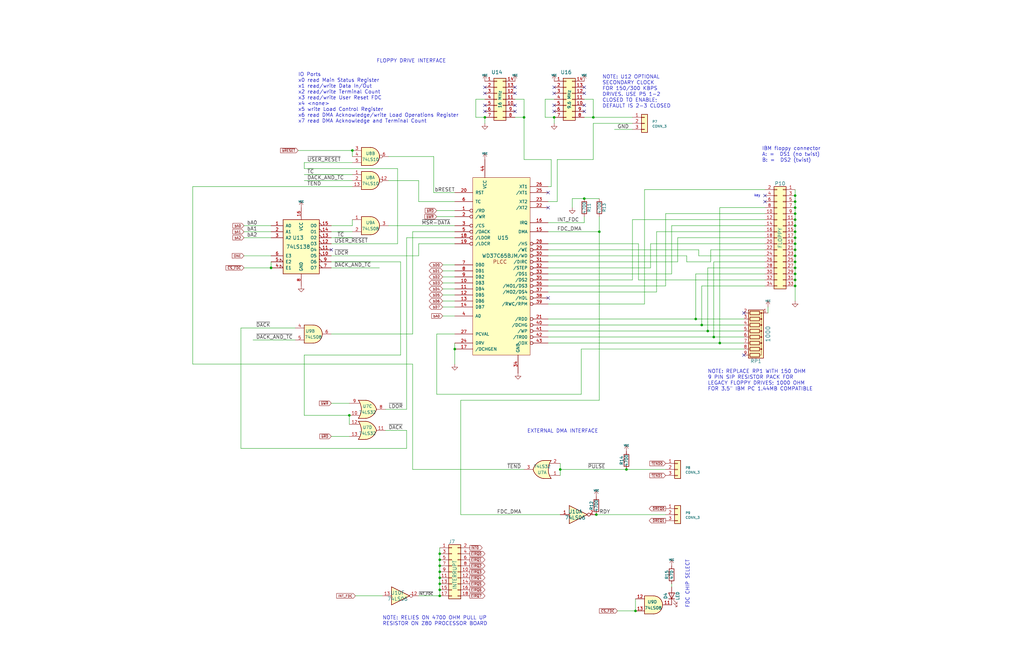
<source format=kicad_sch>
(kicad_sch (version 20211123) (generator eeschema)
  (paper "B")
  (lib_symbols
    (symbol "74xx:74LS06" (pin_names (offset 1.016))
      (property "Reference" "U" (at 0 1.27 0))
      (property "Value" "74LS06" (at 0 -1.27 0))
      (symbol "74LS06_1_0"
        (pin input line (at -7.62 0 0) (length 3.81) (name "~") (number "1"))
        (pin open_collector inverted (at 7.62 0 180) (length 3.81) (name "~") (number "2"))
      )
      (symbol "74LS06_2_0"
        (pin input line (at -7.62 0 0) (length 3.81) (name "~") (number "3"))
        (pin open_collector inverted (at 7.62 0 180) (length 3.81) (name "~") (number "4"))
      )
      (symbol "74LS06_3_0"
        (pin input line (at -7.62 0 0) (length 3.81) (name "~") (number "5"))
        (pin open_collector inverted (at 7.62 0 180) (length 3.81) (name "~") (number "6"))
      )
      (symbol "74LS06_4_0"
        (pin open_collector inverted (at 7.62 0 180) (length 3.81) (name "~") (number "8"))
        (pin input line (at -7.62 0 0) (length 3.81) (name "~") (number "9"))
      )
      (symbol "74LS06_5_0"
        (pin open_collector inverted (at 7.62 0 180) (length 3.81) (name "~") (number "10"))
        (pin input line (at -7.62 0 0) (length 3.81) (name "~") (number "11"))
      )
      (symbol "74LS06_6_0"
        (pin open_collector inverted (at 7.62 0 180) (length 3.81) (name "~") (number "12"))
        (pin input line (at -7.62 0 0) (length 3.81) (name "~") (number "13"))
      )
      (symbol "74LS06_7_0"
        (pin power_in line (at 0 12.7 270) (length 5.08) (name "VCC") (number "14"))
        (pin power_in line (at 0 -12.7 90) (length 5.08) (name "GND") (number "7"))
      )
    )
    (symbol "74xx:74LS08" (pin_names (offset 1.016))
      (property "Reference" "U" (at 0 1.27 0))
      (property "Value" "74LS08" (at 0 -1.27 0))
      (symbol "74LS08_1_1"
        (pin input line (at -7.62 2.54 0) (length 3.81) (name "~") (number "1"))
        (pin input line (at -7.62 -2.54 0) (length 3.81) (name "~") (number "2"))
        (pin output line (at 7.62 0 180) (length 3.81) (name "~") (number "3"))
      )
      (symbol "74LS08_1_2"
        (pin input inverted (at -7.62 2.54 0) (length 4.318) (name "~") (number "1"))
        (pin input inverted (at -7.62 -2.54 0) (length 4.318) (name "~") (number "2"))
        (pin output inverted (at 7.62 0 180) (length 3.81) (name "~") (number "3"))
      )
      (symbol "74LS08_2_1"
        (pin input line (at -7.62 2.54 0) (length 3.81) (name "~") (number "4"))
        (pin input line (at -7.62 -2.54 0) (length 3.81) (name "~") (number "5"))
        (pin output line (at 7.62 0 180) (length 3.81) (name "~") (number "6"))
      )
      (symbol "74LS08_2_2"
        (pin input inverted (at -7.62 2.54 0) (length 4.318) (name "~") (number "4"))
        (pin input inverted (at -7.62 -2.54 0) (length 4.318) (name "~") (number "5"))
        (pin output inverted (at 7.62 0 180) (length 3.81) (name "~") (number "6"))
      )
      (symbol "74LS08_3_1"
        (pin input line (at -7.62 -2.54 0) (length 3.81) (name "~") (number "10"))
        (pin output line (at 7.62 0 180) (length 3.81) (name "~") (number "8"))
        (pin input line (at -7.62 2.54 0) (length 3.81) (name "~") (number "9"))
      )
      (symbol "74LS08_3_2"
        (pin input inverted (at -7.62 -2.54 0) (length 4.318) (name "~") (number "10"))
        (pin output inverted (at 7.62 0 180) (length 3.81) (name "~") (number "8"))
        (pin input inverted (at -7.62 2.54 0) (length 4.318) (name "~") (number "9"))
      )
      (symbol "74LS08_4_1"
        (pin output line (at 7.62 0 180) (length 3.81) (name "~") (number "11"))
        (pin input line (at -7.62 2.54 0) (length 3.81) (name "~") (number "12"))
        (pin input line (at -7.62 -2.54 0) (length 3.81) (name "~") (number "13"))
      )
      (symbol "74LS08_4_2"
        (pin output inverted (at 7.62 0 180) (length 3.81) (name "~") (number "11"))
        (pin input inverted (at -7.62 2.54 0) (length 4.318) (name "~") (number "12"))
        (pin input inverted (at -7.62 -2.54 0) (length 4.318) (name "~") (number "13"))
      )
      (symbol "74LS08_5_0"
        (pin power_in line (at 0 12.7 270) (length 5.08) (name "VCC") (number "14"))
        (pin power_in line (at 0 -12.7 90) (length 5.08) (name "GND") (number "7"))
      )
    )
    (symbol "74xx:74LS10" (pin_names (offset 1.016))
      (property "Reference" "U" (at 0 1.27 0))
      (property "Value" "74LS10" (at 0 -1.27 0))
      (symbol "74LS10_1_1"
        (pin input line (at -7.62 2.54 0) (length 3.81) (name "~") (number "1"))
        (pin output inverted (at 7.62 0 180) (length 3.81) (name "~") (number "12"))
        (pin input line (at -7.62 -2.54 0) (length 3.81) (name "~") (number "13"))
        (pin input line (at -7.62 0 0) (length 3.81) (name "~") (number "2"))
      )
      (symbol "74LS10_1_2"
        (pin input inverted (at -7.62 2.54 0) (length 4.318) (name "~") (number "1"))
        (pin output line (at 7.62 0 180) (length 3.81) (name "~") (number "12"))
        (pin input inverted (at -7.62 -2.54 0) (length 4.318) (name "~") (number "13"))
        (pin input inverted (at -7.62 0 0) (length 4.953) (name "~") (number "2"))
      )
      (symbol "74LS10_2_1"
        (pin input line (at -7.62 2.54 0) (length 3.81) (name "~") (number "3"))
        (pin input line (at -7.62 0 0) (length 3.81) (name "~") (number "4"))
        (pin input line (at -7.62 -2.54 0) (length 3.81) (name "~") (number "5"))
        (pin output inverted (at 7.62 0 180) (length 3.81) (name "~") (number "6"))
      )
      (symbol "74LS10_2_2"
        (pin input inverted (at -7.62 2.54 0) (length 4.318) (name "~") (number "3"))
        (pin input inverted (at -7.62 0 0) (length 4.953) (name "~") (number "4"))
        (pin input inverted (at -7.62 -2.54 0) (length 4.318) (name "~") (number "5"))
        (pin output line (at 7.62 0 180) (length 3.81) (name "~") (number "6"))
      )
      (symbol "74LS10_3_1"
        (pin input line (at -7.62 0 0) (length 3.81) (name "~") (number "10"))
        (pin input line (at -7.62 -2.54 0) (length 3.81) (name "~") (number "11"))
        (pin output inverted (at 7.62 0 180) (length 3.81) (name "~") (number "8"))
        (pin input line (at -7.62 2.54 0) (length 3.81) (name "~") (number "9"))
      )
      (symbol "74LS10_3_2"
        (pin input inverted (at -7.62 0 0) (length 4.953) (name "~") (number "10"))
        (pin input inverted (at -7.62 -2.54 0) (length 4.318) (name "~") (number "11"))
        (pin output line (at 7.62 0 180) (length 3.81) (name "~") (number "8"))
        (pin input inverted (at -7.62 2.54 0) (length 4.318) (name "~") (number "9"))
      )
      (symbol "74LS10_4_0"
        (pin power_in line (at 0 12.7 270) (length 5.08) (name "VCC") (number "14"))
        (pin power_in line (at 0 -12.7 90) (length 5.08) (name "GND") (number "7"))
      )
    )
    (symbol "74xx:74LS138" (pin_names (offset 1.016))
      (property "Reference" "U" (at -7.62 11.43 0))
      (property "Value" "74LS138" (at -7.62 -13.97 0))
      (symbol "74LS138_1_0"
        (pin input line (at -12.7 7.62 0) (length 5.08) (name "A0") (number "1"))
        (pin output output_low (at 12.7 -5.08 180) (length 5.08) (name "O5") (number "10"))
        (pin output output_low (at 12.7 -2.54 180) (length 5.08) (name "O4") (number "11"))
        (pin output output_low (at 12.7 0 180) (length 5.08) (name "O3") (number "12"))
        (pin output output_low (at 12.7 2.54 180) (length 5.08) (name "O2") (number "13"))
        (pin output output_low (at 12.7 5.08 180) (length 5.08) (name "O1") (number "14"))
        (pin output output_low (at 12.7 7.62 180) (length 5.08) (name "O0") (number "15"))
        (pin power_in line (at 0 15.24 270) (length 5.08) (name "VCC") (number "16"))
        (pin input line (at -12.7 5.08 0) (length 5.08) (name "A1") (number "2"))
        (pin input line (at -12.7 2.54 0) (length 5.08) (name "A2") (number "3"))
        (pin input input_low (at -12.7 -10.16 0) (length 5.08) (name "E1") (number "4"))
        (pin input input_low (at -12.7 -7.62 0) (length 5.08) (name "E2") (number "5"))
        (pin input line (at -12.7 -5.08 0) (length 5.08) (name "E3") (number "6"))
        (pin output output_low (at 12.7 -10.16 180) (length 5.08) (name "O7") (number "7"))
        (pin power_in line (at 0 -17.78 90) (length 5.08) (name "GND") (number "8"))
        (pin output output_low (at 12.7 -7.62 180) (length 5.08) (name "O6") (number "9"))
      )
    )
    (symbol "74xx:74LS32" (pin_names (offset 1.016))
      (property "Reference" "U" (at 0 1.27 0))
      (property "Value" "74LS32" (at 0 -1.27 0))
      (symbol "74LS32_1_1"
        (pin input line (at -7.62 2.54 0) (length 4.318) (name "~") (number "1"))
        (pin input line (at -7.62 -2.54 0) (length 4.318) (name "~") (number "2"))
        (pin output line (at 7.62 0 180) (length 3.81) (name "~") (number "3"))
      )
      (symbol "74LS32_1_2"
        (pin input inverted (at -7.62 2.54 0) (length 3.81) (name "~") (number "1"))
        (pin input inverted (at -7.62 -2.54 0) (length 3.81) (name "~") (number "2"))
        (pin output inverted (at 7.62 0 180) (length 3.81) (name "~") (number "3"))
      )
      (symbol "74LS32_2_1"
        (pin input line (at -7.62 2.54 0) (length 4.318) (name "~") (number "4"))
        (pin input line (at -7.62 -2.54 0) (length 4.318) (name "~") (number "5"))
        (pin output line (at 7.62 0 180) (length 3.81) (name "~") (number "6"))
      )
      (symbol "74LS32_2_2"
        (pin input inverted (at -7.62 2.54 0) (length 3.81) (name "~") (number "4"))
        (pin input inverted (at -7.62 -2.54 0) (length 3.81) (name "~") (number "5"))
        (pin output inverted (at 7.62 0 180) (length 3.81) (name "~") (number "6"))
      )
      (symbol "74LS32_3_1"
        (pin input line (at -7.62 -2.54 0) (length 4.318) (name "~") (number "10"))
        (pin output line (at 7.62 0 180) (length 3.81) (name "~") (number "8"))
        (pin input line (at -7.62 2.54 0) (length 4.318) (name "~") (number "9"))
      )
      (symbol "74LS32_3_2"
        (pin input inverted (at -7.62 -2.54 0) (length 3.81) (name "~") (number "10"))
        (pin output inverted (at 7.62 0 180) (length 3.81) (name "~") (number "8"))
        (pin input inverted (at -7.62 2.54 0) (length 3.81) (name "~") (number "9"))
      )
      (symbol "74LS32_4_1"
        (pin output line (at 7.62 0 180) (length 3.81) (name "~") (number "11"))
        (pin input line (at -7.62 2.54 0) (length 4.318) (name "~") (number "12"))
        (pin input line (at -7.62 -2.54 0) (length 4.318) (name "~") (number "13"))
      )
      (symbol "74LS32_4_2"
        (pin output inverted (at 7.62 0 180) (length 3.81) (name "~") (number "11"))
        (pin input inverted (at -7.62 2.54 0) (length 3.81) (name "~") (number "12"))
        (pin input inverted (at -7.62 -2.54 0) (length 3.81) (name "~") (number "13"))
      )
      (symbol "74LS32_5_0"
        (pin power_in line (at 0 12.7 270) (length 5.08) (name "VCC") (number "14"))
        (pin power_in line (at 0 -12.7 90) (length 5.08) (name "GND") (number "7"))
      )
    )
    (symbol "Connector_Generic:Conn_01x03" (pin_names (offset 1.016) hide)
      (property "Reference" "J" (at 0 5.08 0))
      (property "Value" "Conn_01x03" (at 0 -5.08 0))
      (symbol "Conn_01x03_1_1"
        (pin passive line (at -5.08 2.54 0) (length 3.81) (name "Pin_1") (number "1"))
        (pin passive line (at -5.08 0 0) (length 3.81) (name "Pin_2") (number "2"))
        (pin passive line (at -5.08 -2.54 0) (length 3.81) (name "Pin_3") (number "3"))
      )
    )
    (symbol "Connector_Generic:Conn_02x07_Counter_Clockwise" (pin_names (offset 1.016) hide)
      (property "Reference" "J" (at 1.27 10.16 0))
      (property "Value" "Conn_02x07_Counter_Clockwise" (at 1.27 -10.16 0))
      (symbol "Conn_02x07_Counter_Clockwise_1_1"
        (pin passive line (at -5.08 7.62 0) (length 3.81) (name "Pin_1") (number "1"))
        (pin passive line (at 7.62 -2.54 180) (length 3.81) (name "Pin_10") (number "10"))
        (pin passive line (at 7.62 0 180) (length 3.81) (name "Pin_11") (number "11"))
        (pin passive line (at 7.62 2.54 180) (length 3.81) (name "Pin_12") (number "12"))
        (pin passive line (at 7.62 5.08 180) (length 3.81) (name "Pin_13") (number "13"))
        (pin passive line (at 7.62 7.62 180) (length 3.81) (name "Pin_14") (number "14"))
        (pin passive line (at -5.08 5.08 0) (length 3.81) (name "Pin_2") (number "2"))
        (pin passive line (at -5.08 2.54 0) (length 3.81) (name "Pin_3") (number "3"))
        (pin passive line (at -5.08 0 0) (length 3.81) (name "Pin_4") (number "4"))
        (pin passive line (at -5.08 -2.54 0) (length 3.81) (name "Pin_5") (number "5"))
        (pin passive line (at -5.08 -5.08 0) (length 3.81) (name "Pin_6") (number "6"))
        (pin passive line (at -5.08 -7.62 0) (length 3.81) (name "Pin_7") (number "7"))
        (pin passive line (at 7.62 -7.62 180) (length 3.81) (name "Pin_8") (number "8"))
        (pin passive line (at 7.62 -5.08 180) (length 3.81) (name "Pin_9") (number "9"))
      )
    )
    (symbol "Connector_Generic:Conn_02x09_Odd_Even" (pin_names (offset 1.016) hide)
      (property "Reference" "J" (at 1.27 12.7 0))
      (property "Value" "Conn_02x09_Odd_Even" (at 1.27 -12.7 0))
      (symbol "Conn_02x09_Odd_Even_1_1"
        (pin passive line (at -5.08 10.16 0) (length 3.81) (name "Pin_1") (number "1"))
        (pin passive line (at 7.62 0 180) (length 3.81) (name "Pin_10") (number "10"))
        (pin passive line (at -5.08 -2.54 0) (length 3.81) (name "Pin_11") (number "11"))
        (pin passive line (at 7.62 -2.54 180) (length 3.81) (name "Pin_12") (number "12"))
        (pin passive line (at -5.08 -5.08 0) (length 3.81) (name "Pin_13") (number "13"))
        (pin passive line (at 7.62 -5.08 180) (length 3.81) (name "Pin_14") (number "14"))
        (pin passive line (at -5.08 -7.62 0) (length 3.81) (name "Pin_15") (number "15"))
        (pin passive line (at 7.62 -7.62 180) (length 3.81) (name "Pin_16") (number "16"))
        (pin passive line (at -5.08 -10.16 0) (length 3.81) (name "Pin_17") (number "17"))
        (pin passive line (at 7.62 -10.16 180) (length 3.81) (name "Pin_18") (number "18"))
        (pin passive line (at 7.62 10.16 180) (length 3.81) (name "Pin_2") (number "2"))
        (pin passive line (at -5.08 7.62 0) (length 3.81) (name "Pin_3") (number "3"))
        (pin passive line (at 7.62 7.62 180) (length 3.81) (name "Pin_4") (number "4"))
        (pin passive line (at -5.08 5.08 0) (length 3.81) (name "Pin_5") (number "5"))
        (pin passive line (at 7.62 5.08 180) (length 3.81) (name "Pin_6") (number "6"))
        (pin passive line (at -5.08 2.54 0) (length 3.81) (name "Pin_7") (number "7"))
        (pin passive line (at 7.62 2.54 180) (length 3.81) (name "Pin_8") (number "8"))
        (pin passive line (at -5.08 0 0) (length 3.81) (name "Pin_9") (number "9"))
      )
    )
    (symbol "Connector_Generic:Conn_02x17_Odd_Even" (pin_names (offset 1.016) hide)
      (property "Reference" "J" (at 1.27 22.86 0))
      (property "Value" "Conn_02x17_Odd_Even" (at 1.27 -22.86 0))
      (symbol "Conn_02x17_Odd_Even_1_1"
        (pin passive line (at -5.08 20.32 0) (length 3.81) (name "Pin_1") (number "1"))
        (pin passive line (at 7.62 10.16 180) (length 3.81) (name "Pin_10") (number "10"))
        (pin passive line (at -5.08 7.62 0) (length 3.81) (name "Pin_11") (number "11"))
        (pin passive line (at 7.62 7.62 180) (length 3.81) (name "Pin_12") (number "12"))
        (pin passive line (at -5.08 5.08 0) (length 3.81) (name "Pin_13") (number "13"))
        (pin passive line (at 7.62 5.08 180) (length 3.81) (name "Pin_14") (number "14"))
        (pin passive line (at -5.08 2.54 0) (length 3.81) (name "Pin_15") (number "15"))
        (pin passive line (at 7.62 2.54 180) (length 3.81) (name "Pin_16") (number "16"))
        (pin passive line (at -5.08 0 0) (length 3.81) (name "Pin_17") (number "17"))
        (pin passive line (at 7.62 0 180) (length 3.81) (name "Pin_18") (number "18"))
        (pin passive line (at -5.08 -2.54 0) (length 3.81) (name "Pin_19") (number "19"))
        (pin passive line (at 7.62 20.32 180) (length 3.81) (name "Pin_2") (number "2"))
        (pin passive line (at 7.62 -2.54 180) (length 3.81) (name "Pin_20") (number "20"))
        (pin passive line (at -5.08 -5.08 0) (length 3.81) (name "Pin_21") (number "21"))
        (pin passive line (at 7.62 -5.08 180) (length 3.81) (name "Pin_22") (number "22"))
        (pin passive line (at -5.08 -7.62 0) (length 3.81) (name "Pin_23") (number "23"))
        (pin passive line (at 7.62 -7.62 180) (length 3.81) (name "Pin_24") (number "24"))
        (pin passive line (at -5.08 -10.16 0) (length 3.81) (name "Pin_25") (number "25"))
        (pin passive line (at 7.62 -10.16 180) (length 3.81) (name "Pin_26") (number "26"))
        (pin passive line (at -5.08 -12.7 0) (length 3.81) (name "Pin_27") (number "27"))
        (pin passive line (at 7.62 -12.7 180) (length 3.81) (name "Pin_28") (number "28"))
        (pin passive line (at -5.08 -15.24 0) (length 3.81) (name "Pin_29") (number "29"))
        (pin passive line (at -5.08 17.78 0) (length 3.81) (name "Pin_3") (number "3"))
        (pin passive line (at 7.62 -15.24 180) (length 3.81) (name "Pin_30") (number "30"))
        (pin passive line (at -5.08 -17.78 0) (length 3.81) (name "Pin_31") (number "31"))
        (pin passive line (at 7.62 -17.78 180) (length 3.81) (name "Pin_32") (number "32"))
        (pin passive line (at -5.08 -20.32 0) (length 3.81) (name "Pin_33") (number "33"))
        (pin passive line (at 7.62 -20.32 180) (length 3.81) (name "Pin_34") (number "34"))
        (pin passive line (at 7.62 17.78 180) (length 3.81) (name "Pin_4") (number "4"))
        (pin passive line (at -5.08 15.24 0) (length 3.81) (name "Pin_5") (number "5"))
        (pin passive line (at 7.62 15.24 180) (length 3.81) (name "Pin_6") (number "6"))
        (pin passive line (at -5.08 12.7 0) (length 3.81) (name "Pin_7") (number "7"))
        (pin passive line (at 7.62 12.7 180) (length 3.81) (name "Pin_8") (number "8"))
        (pin passive line (at -5.08 10.16 0) (length 3.81) (name "Pin_9") (number "9"))
      )
    )
    (symbol "Device:LED" (pin_numbers hide) (pin_names (offset 1.016) hide)
      (property "Reference" "D" (at 0 2.54 0))
      (property "Value" "LED" (at 0 -2.54 0))
      (symbol "LED_1_1"
        (pin passive line (at -3.81 0 0) (length 2.54) (name "K") (number "1"))
        (pin passive line (at 3.81 0 180) (length 2.54) (name "A") (number "2"))
      )
    )
    (symbol "Device:R" (pin_numbers hide) (pin_names (offset 0))
      (property "Reference" "R" (at 2.032 0 90))
      (property "Value" "R" (at 0 0 90))
      (symbol "R_1_1"
        (pin passive line (at 0 3.81 270) (length 1.27) (name "~") (number "1"))
        (pin passive line (at 0 -3.81 90) (length 1.27) (name "~") (number "2"))
      )
    )
    (symbol "Device:R_Network08" (pin_names (offset 0) hide)
      (property "Reference" "RN" (at -12.7 0 90))
      (property "Value" "R_Network08" (at 10.16 0 90))
      (symbol "R_Network08_1_1"
        (pin passive line (at -10.16 5.08 270) (length 2.54) (name "common") (number "1"))
        (pin passive line (at -10.16 -5.08 90) (length 1.27) (name "R1") (number "2"))
        (pin passive line (at -7.62 -5.08 90) (length 1.27) (name "R2") (number "3"))
        (pin passive line (at -5.08 -5.08 90) (length 1.27) (name "R3") (number "4"))
        (pin passive line (at -2.54 -5.08 90) (length 1.27) (name "R4") (number "5"))
        (pin passive line (at 0 -5.08 90) (length 1.27) (name "R5") (number "6"))
        (pin passive line (at 2.54 -5.08 90) (length 1.27) (name "R6") (number "7"))
        (pin passive line (at 5.08 -5.08 90) (length 1.27) (name "R7") (number "8"))
        (pin passive line (at 7.62 -5.08 90) (length 1.27) (name "R8") (number "9"))
      )
    )
    (symbol "WD37C65BJW:WD37C65BJW" (pin_names (offset 1.016))
      (property "Reference" "U?" (at 0 10.16 0))
      (property "Value" "WD37C65BJW" (at -1.27 2.54 0))
      (symbol "WD37C65BJW_0_0"
        (text "PLCC" (at -1.27 0 0) (effects (font (size 1.524 1.524))))
      )
      (symbol "WD37C65BJW_1_1"
        (pin input inverted (at -20.32 21.59 0) (length 7.62) (name "/RD") (number "1"))
        (pin bidirectional line (at -20.32 -8.89 0) (length 7.62) (name "DB3") (number "10"))
        (pin bidirectional line (at -20.32 -11.43 0) (length 7.62) (name "DB4") (number "11"))
        (pin bidirectional line (at -20.32 -13.97 0) (length 7.62) (name "DB5") (number "12"))
        (pin bidirectional line (at -20.32 -16.51 0) (length 7.62) (name "DB6") (number "13"))
        (pin bidirectional line (at -20.32 -19.05 0) (length 7.62) (name "DB7") (number "14"))
        (pin output line (at 19.05 12.7 180) (length 7.62) (name "DMA") (number "15"))
        (pin output line (at 19.05 16.51 180) (length 7.62) (name "IRQ") (number "16"))
        (pin input line (at -20.32 -36.83 0) (length 7.62) (name "/DCHGEN") (number "17"))
        (pin input inverted (at -20.32 10.16 0) (length 7.62) (name "/LDOR") (number "18"))
        (pin input inverted (at -20.32 7.62 0) (length 7.62) (name "/LDCR") (number "19"))
        (pin input inverted (at -20.32 19.05 0) (length 7.62) (name "/WR") (number "2"))
        (pin input line (at -20.32 29.21 0) (length 7.62) (name "RST") (number "20"))
        (pin input inverted (at 19.05 -24.13 180) (length 7.62) (name "/RDD") (number "21"))
        (pin input line (at 19.05 22.86 180) (length 7.62) (name "/XT2") (number "22"))
        (pin input line (at 19.05 25.4 180) (length 7.62) (name "XT2") (number "23"))
        (pin input line (at -20.32 -34.29 0) (length 7.62) (name "DRV") (number "24"))
        (pin input line (at 19.05 29.21 180) (length 7.62) (name "/XT1") (number "25"))
        (pin input line (at 19.05 31.75 180) (length 7.62) (name "XT1") (number "26"))
        (pin input line (at -20.32 -30.48 0) (length 7.62) (name "PCVAL") (number "27"))
        (pin output inverted (at 19.05 7.62 180) (length 7.62) (name "/HS") (number "28"))
        (pin output inverted (at 19.05 5.08 180) (length 7.62) (name "/WE") (number "29"))
        (pin input inverted (at -20.32 15.24 0) (length 7.62) (name "/CS") (number "3"))
        (pin output inverted (at 19.05 2.54 180) (length 7.62) (name "/WD") (number "30"))
        (pin output inverted (at 19.05 0 180) (length 7.62) (name "/DIRC") (number "31"))
        (pin output inverted (at 19.05 -2.54 180) (length 7.62) (name "/STEP") (number "32"))
        (pin output inverted (at 19.05 -5.08 180) (length 7.62) (name "/DS1") (number "33"))
        (pin power_in line (at 6.35 -46.99 90) (length 7.62) (name "GND") (number "34"))
        (pin output inverted (at 19.05 -7.62 180) (length 7.62) (name "/DS2") (number "35"))
        (pin output inverted (at 19.05 -10.16 180) (length 7.62) (name "/MO1/DS3") (number "36"))
        (pin output inverted (at 19.05 -12.7 180) (length 7.62) (name "/MO2/DS4") (number "37"))
        (pin output inverted (at 19.05 -15.24 180) (length 7.62) (name "/HDL") (number "38"))
        (pin output inverted (at 19.05 -17.78 180) (length 7.62) (name "/RWC/RPM") (number "39"))
        (pin input line (at -20.32 -22.86 0) (length 7.62) (name "A0") (number "4"))
        (pin input inverted (at 19.05 -26.67 180) (length 7.62) (name "/DCHG") (number "40"))
        (pin input inverted (at 19.05 -29.21 180) (length 7.62) (name "/WP") (number "41"))
        (pin input inverted (at 19.05 -31.75 180) (length 7.62) (name "/TR00") (number "42"))
        (pin input inverted (at 19.05 -34.29 180) (length 7.62) (name "/IDX") (number "43"))
        (pin power_in line (at -7.62 43.18 270) (length 7.62) (name "VCC") (number "44"))
        (pin input inverted (at -20.32 12.7 0) (length 7.62) (name "/DACK") (number "5"))
        (pin input line (at -20.32 25.4 0) (length 7.62) (name "TC") (number "6"))
        (pin bidirectional line (at -20.32 -1.27 0) (length 7.62) (name "DB0") (number "7"))
        (pin bidirectional line (at -20.32 -3.81 0) (length 7.62) (name "DB1") (number "8"))
        (pin bidirectional line (at -20.32 -6.35 0) (length 7.62) (name "DB2") (number "9"))
      )
    )
    (symbol "power:GND" (power) (pin_names (offset 0))
      (property "Value" "GND" (at 0 -3.81 0))
      (symbol "GND_1_1"
        (pin power_in line (at 0 0 270) (length 0) hide (name "GND") (number "1"))
      )
    )
    (symbol "power:VCC" (power) (pin_names (offset 0))
      (property "Value" "VCC" (at 0 3.81 0))
      (symbol "VCC_1_1"
        (pin power_in line (at 0 0 90) (length 0) hide (name "VCC") (number "1"))
      )
    )
  )
  (junction (at 300.99 142.24))
  (junction (at 251.46 217.17))
  (junction (at 335.28 85.09))
  (junction (at 147.32 175.26))
  (junction (at 252.73 97.79))
  (junction (at 335.28 115.57))
  (junction (at 185.42 241.3))
  (junction (at 114.3 113.03))
  (junction (at 220.98 49.53))
  (junction (at 303.53 144.78))
  (junction (at 295.91 137.16))
  (junction (at 185.42 238.76))
  (junction (at 335.28 100.33))
  (junction (at 148.59 63.5))
  (junction (at 335.28 113.03))
  (junction (at 335.28 107.95))
  (junction (at 185.42 246.38))
  (junction (at 335.28 97.79))
  (junction (at 335.28 82.55))
  (junction (at 185.42 236.22))
  (junction (at 335.28 118.11))
  (junction (at 236.22 198.12))
  (junction (at 185.42 248.92))
  (junction (at 264.16 198.12))
  (junction (at 335.28 120.65))
  (junction (at 335.28 92.71))
  (junction (at 250.19 49.53))
  (junction (at 293.37 134.62))
  (junction (at 335.28 110.49))
  (junction (at 185.42 251.46))
  (junction (at 298.45 139.7))
  (junction (at 233.68 49.53))
  (junction (at 204.47 49.53))
  (junction (at 335.28 105.41))
  (junction (at 335.28 95.25))
  (junction (at 335.28 102.87))
  (junction (at 246.38 83.82))
  (junction (at 335.28 90.17))
  (junction (at 185.42 243.84))
  (junction (at 267.97 257.81))
  (junction (at 185.42 233.68))
  (junction (at 191.77 147.32))
  (junction (at 335.28 87.63))
  (no_connect (at 204.47 44.45))
  (no_connect (at 217.17 36.83))
  (no_connect (at 217.17 39.37))
  (no_connect (at 139.7 105.41))
  (no_connect (at 231.14 87.63))
  (no_connect (at 217.17 46.99))
  (no_connect (at 233.68 36.83))
  (no_connect (at 204.47 46.99))
  (no_connect (at 322.58 82.55))
  (no_connect (at 246.38 36.83))
  (no_connect (at 313.69 132.08))
  (no_connect (at 233.68 46.99))
  (no_connect (at 231.14 81.28))
  (no_connect (at 231.14 125.73))
  (no_connect (at 322.58 85.09))
  (no_connect (at 217.17 44.45))
  (no_connect (at 246.38 46.99))
  (no_connect (at 233.68 39.37))
  (no_connect (at 204.47 36.83))
  (no_connect (at 313.69 149.86))
  (no_connect (at 246.38 44.45))
  (no_connect (at 233.68 44.45))
  (no_connect (at 204.47 39.37))
  (no_connect (at 246.38 39.37))
  (wire (pts (xy 271.78 128.27) (xy 271.78 80.01)))
  (wire (pts (xy 176.53 107.95) (xy 139.7 107.95)))
  (wire (pts (xy 160.02 113.03) (xy 139.7 113.03)))
  (wire (pts (xy 147.32 179.07) (xy 147.32 175.26)))
  (wire (pts (xy 176.53 76.2) (xy 163.83 76.2)))
  (wire (pts (xy 271.78 80.01) (xy 322.58 80.01)))
  (wire (pts (xy 204.47 49.53) (xy 204.47 52.07)))
  (wire (pts (xy 266.7 92.71) (xy 266.7 118.11)))
  (wire (pts (xy 323.85 129.54) (xy 323.85 132.08)))
  (wire (pts (xy 231.14 137.16) (xy 295.91 137.16)))
  (wire (pts (xy 167.64 102.87) (xy 167.64 71.12)))
  (wire (pts (xy 300.99 110.49) (xy 322.58 110.49)))
  (wire (pts (xy 322.58 105.41) (xy 299.72 105.41)))
  (wire (pts (xy 294.64 105.41) (xy 294.64 107.95)))
  (wire (pts (xy 149.86 251.46) (xy 161.29 251.46)))
  (wire (pts (xy 250.19 52.07) (xy 250.19 67.31)))
  (wire (pts (xy 231.14 115.57) (xy 283.21 115.57)))
  (wire (pts (xy 139.7 100.33) (xy 148.59 100.33)))
  (wire (pts (xy 289.56 110.49) (xy 289.56 107.95)))
  (wire (pts (xy 335.28 92.71) (xy 335.28 95.25)))
  (wire (pts (xy 250.19 49.53) (xy 250.19 41.91)))
  (wire (pts (xy 274.32 113.03) (xy 231.14 113.03)))
  (wire (pts (xy 298.45 113.03) (xy 298.45 139.7)))
  (wire (pts (xy 191.77 114.3) (xy 186.69 114.3)))
  (wire (pts (xy 191.77 153.67) (xy 191.77 147.32)))
  (wire (pts (xy 335.28 110.49) (xy 335.28 113.03)))
  (wire (pts (xy 147.32 170.18) (xy 139.7 170.18)))
  (wire (pts (xy 231.14 139.7) (xy 298.45 139.7)))
  (wire (pts (xy 163.83 95.25) (xy 191.77 95.25)))
  (wire (pts (xy 250.19 67.31) (xy 234.95 67.31)))
  (wire (pts (xy 335.28 82.55) (xy 335.28 85.09)))
  (wire (pts (xy 250.19 49.53) (xy 266.7 49.53)))
  (wire (pts (xy 185.42 233.68) (xy 185.42 231.14)))
  (wire (pts (xy 176.53 251.46) (xy 185.42 251.46)))
  (wire (pts (xy 191.77 111.76) (xy 186.69 111.76)))
  (wire (pts (xy 124.46 143.51) (xy 106.68 143.51)))
  (wire (pts (xy 229.87 41.91) (xy 229.87 49.53)))
  (wire (pts (xy 125.73 63.5) (xy 148.59 63.5)))
  (wire (pts (xy 322.58 95.25) (xy 283.21 95.25)))
  (wire (pts (xy 276.86 97.79) (xy 322.58 97.79)))
  (wire (pts (xy 191.77 133.35) (xy 186.69 133.35)))
  (wire (pts (xy 184.15 91.44) (xy 191.77 91.44)))
  (wire (pts (xy 335.28 118.11) (xy 335.28 120.65)))
  (wire (pts (xy 101.6 189.23) (xy 171.45 189.23)))
  (wire (pts (xy 322.58 102.87) (xy 274.32 102.87)))
  (wire (pts (xy 283.21 247.65) (xy 283.21 246.38)))
  (wire (pts (xy 114.3 97.79) (xy 102.87 97.79)))
  (wire (pts (xy 185.42 241.3) (xy 185.42 238.76)))
  (wire (pts (xy 234.95 67.31) (xy 234.95 85.09)))
  (wire (pts (xy 217.17 49.53) (xy 220.98 49.53)))
  (wire (pts (xy 171.45 172.72) (xy 171.45 100.33)))
  (wire (pts (xy 231.14 105.41) (xy 294.64 105.41)))
  (wire (pts (xy 191.77 144.78) (xy 191.77 147.32)))
  (wire (pts (xy 171.45 189.23) (xy 171.45 181.61)))
  (wire (pts (xy 232.41 78.74) (xy 232.41 67.31)))
  (wire (pts (xy 231.14 142.24) (xy 300.99 142.24)))
  (wire (pts (xy 231.14 134.62) (xy 293.37 134.62)))
  (wire (pts (xy 322.58 118.11) (xy 269.24 118.11)))
  (wire (pts (xy 300.99 142.24) (xy 300.99 110.49)))
  (wire (pts (xy 191.77 140.97) (xy 184.15 140.97)))
  (wire (pts (xy 231.14 85.09) (xy 234.95 85.09)))
  (wire (pts (xy 245.11 166.37) (xy 245.11 147.32)))
  (wire (pts (xy 335.28 113.03) (xy 335.28 115.57)))
  (wire (pts (xy 276.86 123.19) (xy 276.86 97.79)))
  (wire (pts (xy 162.56 181.61) (xy 171.45 181.61)))
  (wire (pts (xy 139.7 110.49) (xy 168.91 110.49)))
  (wire (pts (xy 148.59 76.2) (xy 128.27 76.2)))
  (wire (pts (xy 300.99 142.24) (xy 313.69 142.24)))
  (wire (pts (xy 168.91 110.49) (xy 168.91 149.86)))
  (wire (pts (xy 335.28 100.33) (xy 335.28 102.87)))
  (wire (pts (xy 280.67 90.17) (xy 280.67 120.65)))
  (wire (pts (xy 184.15 166.37) (xy 245.11 166.37)))
  (wire (pts (xy 81.28 153.67) (xy 173.99 153.67)))
  (wire (pts (xy 191.77 124.46) (xy 186.69 124.46)))
  (wire (pts (xy 266.7 52.07) (xy 250.19 52.07)))
  (wire (pts (xy 128.27 175.26) (xy 147.32 175.26)))
  (wire (pts (xy 231.14 144.78) (xy 303.53 144.78)))
  (wire (pts (xy 81.28 78.74) (xy 81.28 153.67)))
  (wire (pts (xy 294.64 107.95) (xy 322.58 107.95)))
  (wire (pts (xy 182.88 66.04) (xy 163.83 66.04)))
  (wire (pts (xy 322.58 92.71) (xy 266.7 92.71)))
  (wire (pts (xy 322.58 87.63) (xy 303.53 87.63)))
  (wire (pts (xy 335.28 85.09) (xy 335.28 87.63)))
  (wire (pts (xy 335.28 102.87) (xy 335.28 105.41)))
  (wire (pts (xy 173.99 97.79) (xy 173.99 140.97)))
  (wire (pts (xy 233.68 49.53) (xy 233.68 52.07)))
  (wire (pts (xy 200.66 49.53) (xy 204.47 49.53)))
  (wire (pts (xy 191.77 129.54) (xy 186.69 129.54)))
  (wire (pts (xy 194.31 217.17) (xy 236.22 217.17)))
  (wire (pts (xy 220.98 49.53) (xy 220.98 41.91)))
  (wire (pts (xy 114.3 107.95) (xy 102.87 107.95)))
  (wire (pts (xy 295.91 120.65) (xy 295.91 137.16)))
  (wire (pts (xy 293.37 134.62) (xy 293.37 115.57)))
  (wire (pts (xy 335.28 95.25) (xy 335.28 97.79)))
  (wire (pts (xy 191.77 121.92) (xy 186.69 121.92)))
  (wire (pts (xy 298.45 139.7) (xy 313.69 139.7)))
  (wire (pts (xy 322.58 120.65) (xy 295.91 120.65)))
  (wire (pts (xy 220.98 41.91) (xy 217.17 41.91)))
  (wire (pts (xy 232.41 67.31) (xy 220.98 67.31)))
  (wire (pts (xy 231.14 93.98) (xy 246.38 93.98)))
  (wire (pts (xy 335.28 107.95) (xy 335.28 110.49)))
  (wire (pts (xy 303.53 144.78) (xy 313.69 144.78)))
  (wire (pts (xy 280.67 120.65) (xy 231.14 120.65)))
  (wire (pts (xy 171.45 100.33) (xy 191.77 100.33)))
  (wire (pts (xy 128.27 71.12) (xy 128.27 68.58)))
  (wire (pts (xy 335.28 90.17) (xy 335.28 92.71)))
  (wire (pts (xy 322.58 90.17) (xy 280.67 90.17)))
  (wire (pts (xy 241.3 83.82) (xy 241.3 87.63)))
  (wire (pts (xy 252.73 168.91) (xy 194.31 168.91)))
  (wire (pts (xy 266.7 54.61) (xy 259.08 54.61)))
  (wire (pts (xy 128.27 71.12) (xy 167.64 71.12)))
  (wire (pts (xy 185.42 236.22) (xy 185.42 233.68)))
  (wire (pts (xy 269.24 102.87) (xy 231.14 102.87)))
  (wire (pts (xy 246.38 91.44) (xy 246.38 93.98)))
  (wire (pts (xy 191.77 116.84) (xy 186.69 116.84)))
  (wire (pts (xy 173.99 153.67) (xy 173.99 198.12)))
  (wire (pts (xy 191.77 119.38) (xy 186.69 119.38)))
  (wire (pts (xy 191.77 127) (xy 186.69 127)))
  (wire (pts (xy 204.47 41.91) (xy 200.66 41.91)))
  (wire (pts (xy 128.27 73.66) (xy 148.59 73.66)))
  (wire (pts (xy 289.56 107.95) (xy 231.14 107.95)))
  (wire (pts (xy 176.53 102.87) (xy 176.53 107.95)))
  (wire (pts (xy 335.28 80.01) (xy 335.28 82.55)))
  (wire (pts (xy 231.14 123.19) (xy 276.86 123.19)))
  (wire (pts (xy 191.77 97.79) (xy 173.99 97.79)))
  (wire (pts (xy 233.68 41.91) (xy 229.87 41.91)))
  (wire (pts (xy 299.72 110.49) (xy 299.72 105.41)))
  (wire (pts (xy 285.75 100.33) (xy 322.58 100.33)))
  (wire (pts (xy 252.73 91.44) (xy 252.73 97.79)))
  (wire (pts (xy 335.28 97.79) (xy 335.28 100.33)))
  (wire (pts (xy 191.77 88.9) (xy 184.15 88.9)))
  (wire (pts (xy 289.56 110.49) (xy 299.72 110.49)))
  (wire (pts (xy 139.7 95.25) (xy 148.59 95.25)))
  (wire (pts (xy 231.14 97.79) (xy 252.73 97.79)))
  (wire (pts (xy 185.42 243.84) (xy 185.42 241.3)))
  (wire (pts (xy 260.35 257.81) (xy 267.97 257.81)))
  (wire (pts (xy 185.42 246.38) (xy 185.42 243.84)))
  (wire (pts (xy 335.28 120.65) (xy 335.28 127)))
  (wire (pts (xy 231.14 128.27) (xy 271.78 128.27)))
  (wire (pts (xy 148.59 66.04) (xy 148.59 63.5)))
  (wire (pts (xy 293.37 134.62) (xy 313.69 134.62)))
  (wire (pts (xy 114.3 100.33) (xy 102.87 100.33)))
  (wire (pts (xy 267.97 257.81) (xy 267.97 252.73)))
  (wire (pts (xy 81.28 78.74) (xy 148.59 78.74)))
  (wire (pts (xy 101.6 138.43) (xy 101.6 189.23)))
  (wire (pts (xy 171.45 172.72) (xy 162.56 172.72)))
  (wire (pts (xy 185.42 238.76) (xy 185.42 236.22)))
  (wire (pts (xy 182.88 66.04) (xy 182.88 81.28)))
  (wire (pts (xy 231.14 110.49) (xy 285.75 110.49)))
  (wire (pts (xy 266.7 118.11) (xy 231.14 118.11)))
  (wire (pts (xy 269.24 118.11) (xy 269.24 102.87)))
  (wire (pts (xy 176.53 76.2) (xy 176.53 85.09)))
  (wire (pts (xy 232.41 78.74) (xy 231.14 78.74)))
  (wire (pts (xy 236.22 198.12) (xy 236.22 195.58)))
  (wire (pts (xy 184.15 140.97) (xy 184.15 166.37)))
  (wire (pts (xy 102.87 95.25) (xy 114.3 95.25)))
  (wire (pts (xy 322.58 113.03) (xy 298.45 113.03)))
  (wire (pts (xy 246.38 83.82) (xy 252.73 83.82)))
  (wire (pts (xy 191.77 102.87) (xy 176.53 102.87)))
  (wire (pts (xy 245.11 147.32) (xy 313.69 147.32)))
  (wire (pts (xy 139.7 97.79) (xy 148.59 97.79)))
  (wire (pts (xy 335.28 105.41) (xy 335.28 107.95)))
  (wire (pts (xy 185.42 248.92) (xy 185.42 246.38)))
  (wire (pts (xy 194.31 168.91) (xy 194.31 217.17)))
  (wire (pts (xy 173.99 198.12) (xy 220.98 198.12)))
  (wire (pts (xy 251.46 217.17) (xy 280.67 217.17)))
  (wire (pts (xy 274.32 102.87) (xy 274.32 113.03)))
  (wire (pts (xy 283.21 95.25) (xy 283.21 115.57)))
  (wire (pts (xy 200.66 41.91) (xy 200.66 49.53)))
  (wire (pts (xy 173.99 140.97) (xy 139.7 140.97)))
  (wire (pts (xy 148.59 95.25) (xy 148.59 92.71)))
  (wire (pts (xy 102.87 113.03) (xy 114.3 113.03)))
  (wire (pts (xy 182.88 81.28) (xy 191.77 81.28)))
  (wire (pts (xy 185.42 251.46) (xy 185.42 248.92)))
  (wire (pts (xy 101.6 138.43) (xy 124.46 138.43)))
  (wire (pts (xy 139.7 102.87) (xy 167.64 102.87)))
  (wire (pts (xy 335.28 115.57) (xy 335.28 118.11)))
  (wire (pts (xy 241.3 83.82) (xy 246.38 83.82)))
  (wire (pts (xy 303.53 87.63) (xy 303.53 144.78)))
  (wire (pts (xy 264.16 198.12) (xy 280.67 198.12)))
  (wire (pts (xy 128.27 149.86) (xy 128.27 175.26)))
  (wire (pts (xy 139.7 184.15) (xy 147.32 184.15)))
  (wire (pts (xy 176.53 85.09) (xy 191.77 85.09)))
  (wire (pts (xy 295.91 137.16) (xy 313.69 137.16)))
  (wire (pts (xy 128.27 68.58) (xy 148.59 68.58)))
  (wire (pts (xy 220.98 67.31) (xy 220.98 49.53)))
  (wire (pts (xy 114.3 110.49) (xy 114.3 113.03)))
  (wire (pts (xy 335.28 87.63) (xy 335.28 90.17)))
  (wire (pts (xy 293.37 115.57) (xy 322.58 115.57)))
  (wire (pts (xy 246.38 49.53) (xy 250.19 49.53)))
  (wire (pts (xy 264.16 198.12) (xy 236.22 198.12)))
  (wire (pts (xy 168.91 149.86) (xy 128.27 149.86)))
  (wire (pts (xy 285.75 110.49) (xy 285.75 100.33)))
  (wire (pts (xy 250.19 41.91) (xy 246.38 41.91)))
  (wire (pts (xy 236.22 200.66) (xy 236.22 198.12)))
  (wire (pts (xy 229.87 49.53) (xy 233.68 49.53)))
  (wire (pts (xy 252.73 97.79) (xy 252.73 168.91)))
  (text "NOTE: RELIES ON 4700 OHM PULL UP\nRESISTOR ON Z80 PROCESSOR BOARD" (at 161.29 264.16 0) (effects (font (size 1.524 1.524)) (justify left bottom)))
  (text "EXTERNAL DMA INTERFACE" (at 222.25 182.88 0) (effects (font (size 1.524 1.524)) (justify left bottom)))
  (text "key" (at 320.675 83.185 180) (effects (font (size 1.016 1.016)) (justify right bottom)))
  (text "FDC CHIP SELECT" (at 290.83 256.54 90) (effects (font (size 1.524 1.524)) (justify left bottom)))
  (text "NOTE: U12 OPTIONAL\nSECONDARY CLOCK\nFOR 150/300 KBPS\nDRIVES. USE P5 1-2 \nCLOSED TO ENABLE;\nDEFAULT IS 2-3 CLOSED\n" (at 254 45.72 0) (effects (font (size 1.524 1.524)) (justify left bottom)))
  (text "FLOPPY DRIVE INTERFACE" (at 158.75 26.67 0) (effects (font (size 1.524 1.524)) (justify left bottom)))
  (text "IO Ports\nx0 read Main Status Register\nx1 read/write Data In/Out\nx2 read/write Terminal Count\nx3 read/write User Reset FDC\nx4 <none>\nx5 write Load Control Register\nx6 read DMA Acknowledge/write Load Operations Register\nx7 read DMA Acknowledge and Terminal Count" (at 125.73 52.07 0) (effects (font (size 1.524 1.524)) (justify left bottom)))
  (text "NOTE: REPLACE RP1 WITH 150 OHM\n9 PIN SIP RESISTOR PACK FOR\nLEGACY FLOPPY DRIVES; 1000 OHM\nFOR 3.5\" IBM PC 1.44MB COMPATIBLE" (at 298.45 165.1 0) (effects (font (size 1.524 1.524)) (justify left bottom)))
  (text "IBM floppy connector\nA: =  DS1 (no twist)\nB: =  DS2 (twist)" (at 321.31 68.58 0) (effects (font (size 1.524 1.524)) (justify left bottom)))
  (label "bRESET" (at 191.77 81.28 180) (effects (font (size 1.524 1.524))))
  (label "bA2" (at 104.14 100.33 0) (effects (font (size 1.524 1.524))))
  (label "INT_FDC" (at 234.95 93.98 0) (effects (font (size 1.524 1.524))))
  (label "~{DACK_AND_TC}" (at 129.54 76.2 0) (effects (font (size 1.524 1.524))))
  (label "GND" (at 260.35 54.61 0) (effects (font (size 1.524 1.524))))
  (label "RDY" (at 252.73 217.17 0) (effects (font (size 1.524 1.524))))
  (label "~{MSR-DATA}" (at 177.8 95.25 0) (effects (font (size 1.524 1.524))))
  (label "~{TC}" (at 129.54 73.66 0) (effects (font (size 1.524 1.524))))
  (label "~{USER_RESET}" (at 140.97 102.87 0) (effects (font (size 1.524 1.524))))
  (label "bA1" (at 104.14 97.79 0) (effects (font (size 1.524 1.524))))
  (label "~{DACK}" (at 107.95 138.43 0) (effects (font (size 1.524 1.524))))
  (label "FDC_DMA" (at 234.95 97.79 0) (effects (font (size 1.524 1.524))))
  (label "FDC_DMA" (at 209.55 217.17 0) (effects (font (size 1.524 1.524))))
  (label "~{DACK_AND_TC}" (at 140.97 113.03 0) (effects (font (size 1.524 1.524))))
  (label "~{DACK_AND_TC}" (at 107.95 143.51 0) (effects (font (size 1.524 1.524))))
  (label "~{TEND}" (at 219.71 198.12 180) (effects (font (size 1.524 1.524))))
  (label "~{PULSE}" (at 255.27 198.12 180) (effects (font (size 1.524 1.524))))
  (label "bA0" (at 104.14 95.25 0) (effects (font (size 1.524 1.524))))
  (label "~{TC}" (at 142.24 100.33 0) (effects (font (size 1.524 1.524))))
  (label "~{LDOR}" (at 163.83 172.72 0) (effects (font (size 1.524 1.524))))
  (label "~{USER_RESET}" (at 129.54 68.58 0) (effects (font (size 1.524 1.524))))
  (label "~{INT_FDC}" (at 176.53 251.46 0) (effects (font (size 1.016 1.016))))
  (label "~{LDCR}" (at 140.97 107.95 0) (effects (font (size 1.524 1.524))))
  (label "~{TEND}" (at 129.54 78.74 0) (effects (font (size 1.524 1.524))))
  (label "~{DACK}" (at 163.83 181.61 0) (effects (font (size 1.524 1.524))))
  (global_label "bD6" (shape bidirectional) (at 186.69 127 180) (effects (font (size 1.016 1.016))) (property "Intersheet References" "${INTERSHEET_REFS}" (effects hide)))
  (global_label "bD3" (shape bidirectional) (at 186.69 119.38 180) (effects (font (size 1.016 1.016))) (property "Intersheet References" "${INTERSHEET_REFS}" (effects hide)))
  (global_label "~{bWR}" (shape input) (at 184.15 91.44 180) (effects (font (size 1.016 1.016))) (property "Intersheet References" "${INTERSHEET_REFS}" (effects hide)))
  (global_label "~{DREQ0}" (shape output) (at 280.67 214.63 180) (effects (font (size 1.016 1.016))) (property "Intersheet References" "${INTERSHEET_REFS}" (effects hide)))
  (global_label "~{bWR}" (shape input) (at 139.7 170.18 180) (effects (font (size 1.016 1.016))) (property "Intersheet References" "${INTERSHEET_REFS}" (effects hide)))
  (global_label "~{EIRQ7}" (shape output) (at 198.12 251.46 0) (effects (font (size 1.016 1.016))) (property "Intersheet References" "${INTERSHEET_REFS}" (effects hide)))
  (global_label "bD4" (shape bidirectional) (at 186.69 121.92 180) (effects (font (size 1.016 1.016))) (property "Intersheet References" "${INTERSHEET_REFS}" (effects hide)))
  (global_label "ONE" (shape input) (at 102.87 107.95 180) (effects (font (size 1.016 1.016))) (property "Intersheet References" "${INTERSHEET_REFS}" (effects hide)))
  (global_label "bD7" (shape bidirectional) (at 186.69 129.54 180) (effects (font (size 1.016 1.016))) (property "Intersheet References" "${INTERSHEET_REFS}" (effects hide)))
  (global_label "~{bRD}" (shape input) (at 139.7 184.15 180) (effects (font (size 1.016 1.016))) (property "Intersheet References" "${INTERSHEET_REFS}" (effects hide)))
  (global_label "bD0" (shape bidirectional) (at 186.69 111.76 180) (effects (font (size 1.016 1.016))) (property "Intersheet References" "${INTERSHEET_REFS}" (effects hide)))
  (global_label "~{EIRQ1}" (shape output) (at 198.12 236.22 0) (effects (font (size 1.016 1.016))) (property "Intersheet References" "${INTERSHEET_REFS}" (effects hide)))
  (global_label "~{CS_FDC}" (shape input) (at 102.87 113.03 180) (effects (font (size 1.016 1.016))) (property "Intersheet References" "${INTERSHEET_REFS}" (effects hide)))
  (global_label "~{DREQ1}" (shape output) (at 280.67 219.71 180) (effects (font (size 1.016 1.016))) (property "Intersheet References" "${INTERSHEET_REFS}" (effects hide)))
  (global_label "bA0" (shape input) (at 186.69 133.35 180) (effects (font (size 1.016 1.016))) (property "Intersheet References" "${INTERSHEET_REFS}" (effects hide)))
  (global_label "~{INT0}" (shape output) (at 198.12 231.14 0) (effects (font (size 1.016 1.016))) (property "Intersheet References" "${INTERSHEET_REFS}" (effects hide)))
  (global_label "~{EIRQ4}" (shape output) (at 198.12 243.84 0) (effects (font (size 1.016 1.016))) (property "Intersheet References" "${INTERSHEET_REFS}" (effects hide)))
  (global_label "bA2" (shape input) (at 102.87 100.33 180) (effects (font (size 1.016 1.016))) (property "Intersheet References" "${INTERSHEET_REFS}" (effects hide)))
  (global_label "~{TEND1}" (shape input) (at 280.67 200.66 180) (effects (font (size 1.016 1.016))) (property "Intersheet References" "${INTERSHEET_REFS}" (effects hide)))
  (global_label "bD2" (shape bidirectional) (at 186.69 116.84 180) (effects (font (size 1.016 1.016))) (property "Intersheet References" "${INTERSHEET_REFS}" (effects hide)))
  (global_label "bD5" (shape bidirectional) (at 186.69 124.46 180) (effects (font (size 1.016 1.016))) (property "Intersheet References" "${INTERSHEET_REFS}" (effects hide)))
  (global_label "~{EIRQ6}" (shape output) (at 198.12 248.92 0) (effects (font (size 1.016 1.016))) (property "Intersheet References" "${INTERSHEET_REFS}" (effects hide)))
  (global_label "~{bRD}" (shape input) (at 184.15 88.9 180) (effects (font (size 1.016 1.016))) (property "Intersheet References" "${INTERSHEET_REFS}" (effects hide)))
  (global_label "~{EIRQ3}" (shape output) (at 198.12 241.3 0) (effects (font (size 1.016 1.016))) (property "Intersheet References" "${INTERSHEET_REFS}" (effects hide)))
  (global_label "~{CS_FDC}" (shape input) (at 260.35 257.81 180) (effects (font (size 1.016 1.016))) (property "Intersheet References" "${INTERSHEET_REFS}" (effects hide)))
  (global_label "~{bRESET}" (shape input) (at 125.73 63.5 180) (effects (font (size 1.016 1.016))) (property "Intersheet References" "${INTERSHEET_REFS}" (effects hide)))
  (global_label "~{EIRQ5}" (shape output) (at 198.12 246.38 0) (effects (font (size 1.016 1.016))) (property "Intersheet References" "${INTERSHEET_REFS}" (effects hide)))
  (global_label "bD1" (shape bidirectional) (at 186.69 114.3 180) (effects (font (size 1.016 1.016))) (property "Intersheet References" "${INTERSHEET_REFS}" (effects hide)))
  (global_label "~{EIRQ2}" (shape output) (at 198.12 238.76 0) (effects (font (size 1.016 1.016))) (property "Intersheet References" "${INTERSHEET_REFS}" (effects hide)))
  (global_label "INT_FDC" (shape input) (at 149.86 251.46 180) (effects (font (size 1.016 1.016))) (property "Intersheet References" "${INTERSHEET_REFS}" (effects hide)))
  (global_label "bA0" (shape input) (at 102.87 95.25 180) (effects (font (size 1.016 1.016))) (property "Intersheet References" "${INTERSHEET_REFS}" (effects hide)))
  (global_label "~{TEND0}" (shape input) (at 280.67 195.58 180) (effects (font (size 1.016 1.016))) (property "Intersheet References" "${INTERSHEET_REFS}" (effects hide)))
  (global_label "~{EIRQ0}" (shape output) (at 198.12 233.68 0) (effects (font (size 1.016 1.016))) (property "Intersheet References" "${INTERSHEET_REFS}" (effects hide)))
  (global_label "bA1" (shape input) (at 102.87 97.79 180) (effects (font (size 1.016 1.016))) (property "Intersheet References" "${INTERSHEET_REFS}" (effects hide)))
  (symbol (lib_id "74xx:74LS08") (at 275.59 255.27 0) (unit 4)
    (property "Reference" "U9" (at 273.05 254 0) (effects (justify left)))
    (property "Value" "74LS08" (at 271.78 256.54 0) (effects (justify left)))
    (property "Footprint" "Package_DIP:DIP-14_W7.62mm" (effects hide))
    (property "Datasheet" "http://www.ti.com/lit/gpn/sn74LS08" (effects hide))
  )
  (symbol (lib_id "74xx:74LS06") (at 168.91 251.46 0) (unit 6)
    (property "Reference" "U10" (at 167.64 250.19 0) (effects (font (size 1.524 1.524))))
    (property "Value" "74LS06" (at 167.64 252.73 0) (effects (font (size 1.524 1.524))))
    (property "Footprint" "Package_DIP:DIP-14_W7.62mm" (effects hide))
    (property "Datasheet" "http://www.ti.com/lit/gpn/sn74LS06" (effects hide))
  )
  (symbol (lib_id "power:VCC") (at 283.21 238.76 0) (unit 1)
    (property "Reference" "#PWR029" (effects hide))
    (property "Value" "VCC" (at 283.21 236.22 0) (effects (font (size 0.762 0.762))))
  )
  (symbol (lib_id "Device:LED") (at 283.21 251.46 90) (unit 1)
    (property "Reference" "D4" (at 280.67 251.46 0))
    (property "Value" "LED" (at 285.75 251.46 0))
    (property "Footprint" "LED_THT:LED_D3.0mm_Horizontal_O3.81mm_Z2.0mm" (effects hide))
  )
  (symbol (lib_id "Device:R") (at 283.21 242.57 180) (unit 1)
    (property "Reference" "R15" (at 281.178 242.57 90))
    (property "Value" "470" (at 283.21 242.57 90))
    (property "Footprint" "Resistor_THT:R_Axial_DIN0207_L6.3mm_D2.5mm_P7.62mm_Horizontal" (effects hide))
  )
  (symbol (lib_id "Connector_Generic:Conn_02x09_Odd_Even") (at 190.5 241.3 0) (unit 1)
    (property "Reference" "J7" (at 190.5 228.6 0) (effects (font (size 1.524 1.524))))
    (property "Value" "INTERRUPT" (at 191.77 242.57 90) (effects (font (size 1.524 1.524))))
    (property "Footprint" "Connector_PinHeader_2.54mm:PinHeader_2x09_P2.54mm_Vertical" (effects hide))
  )
  (symbol (lib_id "power:GND") (at 218.44 157.48 0) (unit 1)
    (property "Reference" "#PWR022" (effects hide))
    (property "Value" "GND" (effects hide))
  )
  (symbol (lib_id "74xx:74LS08") (at 132.08 140.97 0) (unit 2)
    (property "Reference" "U9" (at 130.81 139.7 0))
    (property "Value" "74LS08" (at 132.08 142.24 0))
    (property "Footprint" "Package_DIP:DIP-14_W7.62mm" (effects hide))
    (property "Datasheet" "http://www.ti.com/lit/gpn/sn74LS08" (effects hide))
  )
  (symbol (lib_id "power:VCC") (at 233.68 34.29 0) (unit 1)
    (property "Reference" "#PWR023" (effects hide))
    (property "Value" "VCC" (at 233.68 31.75 0) (effects (font (size 0.762 0.762))))
  )
  (symbol (lib_id "power:VCC") (at 246.38 34.29 0) (unit 1)
    (property "Reference" "#PWR026" (effects hide))
    (property "Value" "VCC" (at 246.38 31.75 0) (effects (font (size 0.762 0.762))))
  )
  (symbol (lib_id "Device:R") (at 264.16 194.31 180) (unit 1)
    (property "Reference" "R14" (at 262.128 194.31 90))
    (property "Value" "4700" (at 264.16 194.31 90))
    (property "Footprint" "Resistor_THT:R_Axial_DIN0207_L6.3mm_D2.5mm_P7.62mm_Horizontal" (effects hide))
  )
  (symbol (lib_id "power:VCC") (at 204.47 67.31 0) (unit 1)
    (property "Reference" "#PWR020" (effects hide))
    (property "Value" "VCC" (at 204.47 64.77 0) (effects (font (size 0.762 0.762))))
  )
  (symbol (lib_id "power:VCC") (at 323.85 129.54 0) (unit 1)
    (property "Reference" "#PWR030" (effects hide))
    (property "Value" "VCC" (at 323.85 127 0) (effects (font (size 0.762 0.762))))
  )
  (symbol (lib_id "power:GND") (at 127 120.65 0) (unit 1)
    (property "Reference" "#PWR016" (effects hide))
    (property "Value" "GND" (effects hide))
  )
  (symbol (lib_id "power:GND") (at 191.77 153.67 0) (unit 1)
    (property "Reference" "#PWR017" (effects hide))
    (property "Value" "GND" (effects hide))
  )
  (symbol (lib_id "power:GND") (at 204.47 52.07 0) (unit 1)
    (property "Reference" "#PWR019" (effects hide))
    (property "Value" "GND" (effects hide))
  )
  (symbol (lib_id "74xx:74LS32") (at 154.94 181.61 0) (unit 4)
    (property "Reference" "U7" (at 154.94 180.34 0))
    (property "Value" "74LS32" (at 154.94 182.88 0))
    (property "Footprint" "Package_DIP:DIP-14_W7.62mm" (effects hide))
    (property "Datasheet" "http://www.ti.com/lit/gpn/sn74LS32" (effects hide))
  )
  (symbol (lib_id "74xx:74LS32") (at 228.6 198.12 180) (unit 1)
    (property "Reference" "U7" (at 228.6 199.39 0))
    (property "Value" "74LS32" (at 228.6 196.85 0))
    (property "Footprint" "Package_DIP:DIP-14_W7.62mm" (effects hide))
    (property "Datasheet" "http://www.ti.com/lit/gpn/sn74LS32" (effects hide))
  )
  (symbol (lib_id "74xx:74LS10") (at 156.21 66.04 0) (unit 2)
    (property "Reference" "U8" (at 156.21 64.77 0))
    (property "Value" "74LS10" (at 156.21 67.31 0))
    (property "Footprint" "Package_DIP:DIP-14_W7.62mm" (effects hide))
    (property "Datasheet" "http://www.ti.com/lit/gpn/sn74LS10" (effects hide))
  )
  (symbol (lib_id "power:VCC") (at 217.17 34.29 0) (unit 1)
    (property "Reference" "#PWR021" (effects hide))
    (property "Value" "VCC" (at 217.17 31.75 0) (effects (font (size 0.762 0.762))))
  )
  (symbol (lib_id "power:GND") (at 335.28 127 0) (unit 1)
    (property "Reference" "#PWR031" (effects hide))
    (property "Value" "GND" (effects hide))
  )
  (symbol (lib_id "74xx:74LS138") (at 127 102.87 0) (unit 1)
    (property "Reference" "U13" (at 125.73 100.33 0) (effects (font (size 1.524 1.524))))
    (property "Value" "74LS138" (at 125.73 104.14 0) (effects (font (size 1.524 1.524))))
    (property "Footprint" "Package_DIP:DIP-16_W7.62mm" (effects hide))
    (property "Datasheet" "http://www.ti.com/lit/gpn/sn74LS138" (effects hide))
  )
  (symbol (lib_id "Device:R") (at 246.38 87.63 0) (unit 1)
    (property "Reference" "R11" (at 248.412 87.63 90))
    (property "Value" "4700" (at 246.38 87.63 90))
    (property "Footprint" "Resistor_THT:R_Axial_DIN0207_L6.3mm_D2.5mm_P7.62mm_Horizontal" (effects hide))
  )
  (symbol (lib_id "Device:R") (at 251.46 213.36 180) (unit 1)
    (property "Reference" "R12" (at 249.428 213.36 90))
    (property "Value" "4700" (at 251.46 213.36 90))
    (property "Footprint" "Resistor_THT:R_Axial_DIN0207_L6.3mm_D2.5mm_P7.62mm_Horizontal" (effects hide))
  )
  (symbol (lib_id "Connector_Generic:Conn_02x07_Counter_Clockwise") (at 238.76 41.91 0) (unit 1)
    (property "Reference" "U16" (at 238.76 30.48 0) (effects (font (size 1.524 1.524))))
    (property "Value" "9.6 MHz" (at 240.03 41.91 90))
    (property "Footprint" "Package_DIP:DIP-14_W7.62mm" (effects hide))
  )
  (symbol (lib_id "WD37C65BJW:WD37C65BJW") (at 212.09 110.49 0) (unit 1)
    (property "Reference" "U15" (at 212.09 100.33 0) (effects (font (size 1.524 1.524))))
    (property "Value" "WD37C65BJM" (at 210.82 107.95 0) (effects (font (size 1.524 1.524))))
    (property "Footprint" "Package_LCC:PLCC-44_THT-Socket" (effects hide))
  )
  (symbol (lib_id "power:GND") (at 233.68 52.07 0) (unit 1)
    (property "Reference" "#PWR024" (effects hide))
    (property "Value" "GND" (effects hide))
  )
  (symbol (lib_id "Connector_Generic:Conn_02x17_Odd_Even") (at 330.2 100.33 0) (mirror y) (unit 1)
    (property "Reference" "P10" (at 328.93 77.47 0) (effects (font (size 1.524 1.524))))
    (property "Value" "FLOPPY" (at 328.93 100.33 90) (effects (font (size 1.524 1.524))))
    (property "Footprint" "Connector_IDC:IDC-Header_2x17_P2.54mm_Horizontal" (effects hide))
  )
  (symbol (lib_id "power:VCC") (at 251.46 209.55 0) (unit 1)
    (property "Reference" "#PWR027" (effects hide))
    (property "Value" "VCC" (at 251.46 207.01 0) (effects (font (size 0.762 0.762))))
  )
  (symbol (lib_id "Connector_Generic:Conn_02x07_Counter_Clockwise") (at 209.55 41.91 0) (unit 1)
    (property "Reference" "U14" (at 209.55 30.48 0) (effects (font (size 1.524 1.524))))
    (property "Value" "16 MHz" (at 210.82 41.91 90))
    (property "Footprint" "Package_DIP:DIP-14_W7.62mm" (effects hide))
  )
  (symbol (lib_id "Device:R") (at 252.73 87.63 0) (unit 1)
    (property "Reference" "R13" (at 254.762 87.63 90))
    (property "Value" "4700" (at 252.73 87.63 90))
    (property "Footprint" "Resistor_THT:R_Axial_DIN0207_L6.3mm_D2.5mm_P7.62mm_Horizontal" (effects hide))
  )
  (symbol (lib_id "Connector_Generic:Conn_01x03") (at 285.75 198.12 0) (unit 1)
    (property "Reference" "P8" (at 289.0012 197.4088 0) (effects (font (size 1.016 1.016)) (justify left)))
    (property "Value" "CONN_3" (at 289.0012 199.3392 0) (effects (font (size 1.016 1.016)) (justify left)))
    (property "Footprint" "Connector_PinHeader_2.54mm:PinHeader_1x03_P2.54mm_Horizontal" (effects hide))
  )
  (symbol (lib_id "Device:R_Network08") (at 318.77 142.24 270) (unit 1)
    (property "Reference" "RP1" (at 318.77 152.4 90) (effects (font (size 1.524 1.524))))
    (property "Value" "1000" (at 323.85 140.97 0) (effects (font (size 1.778 1.778))))
    (property "Footprint" "Resistor_THT:R_Array_SIP9" (effects hide))
    (property "Datasheet" "http://www.vishay.com/docs/31509/csc.pdf" (effects hide))
  )
  (symbol (lib_id "power:VCC") (at 127 87.63 0) (unit 1)
    (property "Reference" "#PWR015" (effects hide))
    (property "Value" "VCC" (at 127 85.09 0) (effects (font (size 0.762 0.762))))
  )
  (symbol (lib_id "power:VCC") (at 204.47 34.29 0) (unit 1)
    (property "Reference" "#PWR018" (effects hide))
    (property "Value" "VCC" (at 204.47 31.75 0) (effects (font (size 0.762 0.762))))
  )
  (symbol (lib_id "Connector_Generic:Conn_01x03") (at 271.78 52.07 0) (unit 1)
    (property "Reference" "P7" (at 275.0312 51.3588 0) (effects (font (size 1.016 1.016)) (justify left)))
    (property "Value" "CONN_3" (at 275.0312 53.2892 0) (effects (font (size 1.016 1.016)) (justify left)))
    (property "Footprint" "Connector_PinHeader_2.54mm:PinHeader_1x03_P2.54mm_Vertical" (effects hide))
  )
  (symbol (lib_id "Connector_Generic:Conn_01x03") (at 285.75 217.17 0) (unit 1)
    (property "Reference" "P9" (at 289.0012 216.4588 0) (effects (font (size 1.016 1.016)) (justify left)))
    (property "Value" "CONN_3" (at 289.0012 218.3892 0) (effects (font (size 1.016 1.016)) (justify left)))
    (property "Footprint" "Connector_PinHeader_2.54mm:PinHeader_1x03_P2.54mm_Horizontal" (effects hide))
  )
  (symbol (lib_id "74xx:74LS08") (at 156.21 95.25 0) (unit 1)
    (property "Reference" "U9" (at 156.21 93.98 0))
    (property "Value" "74LS08" (at 156.21 96.52 0))
    (property "Footprint" "Package_DIP:DIP-14_W7.62mm" (effects hide))
    (property "Datasheet" "http://www.ti.com/lit/gpn/sn74LS08" (effects hide))
  )
  (symbol (lib_id "74xx:74LS10") (at 156.21 76.2 0) (unit 1)
    (property "Reference" "U8" (at 156.21 74.93 0))
    (property "Value" "74LS10" (at 156.21 77.47 0))
    (property "Footprint" "Package_DIP:DIP-14_W7.62mm" (effects hide))
    (property "Datasheet" "http://www.ti.com/lit/gpn/sn74LS10" (effects hide))
  )
  (symbol (lib_id "power:GND") (at 241.3 87.63 0) (unit 1)
    (property "Reference" "#PWR025" (effects hide))
    (property "Value" "GND" (effects hide))
  )
  (symbol (lib_id "power:VCC") (at 264.16 190.5 0) (unit 1)
    (property "Reference" "#PWR028" (effects hide))
    (property "Value" "VCC" (at 264.16 187.96 0) (effects (font (size 0.762 0.762))))
  )
  (symbol (lib_id "74xx:74LS06") (at 243.84 217.17 0) (unit 1)
    (property "Reference" "U10" (at 242.57 215.9 0) (effects (font (size 1.524 1.524))))
    (property "Value" "74LS06" (at 242.57 218.44 0) (effects (font (size 1.524 1.524))))
    (property "Footprint" "Package_DIP:DIP-14_W7.62mm" (effects hide))
    (property "Datasheet" "http://www.ti.com/lit/gpn/sn74LS06" (effects hide))
  )
  (symbol (lib_id "74xx:74LS32") (at 154.94 172.72 0) (unit 3)
    (property "Reference" "U7" (at 154.94 171.45 0))
    (property "Value" "74LS32" (at 154.94 173.99 0))
    (property "Footprint" "Package_DIP:DIP-14_W7.62mm" (effects hide))
    (property "Datasheet" "http://www.ti.com/lit/gpn/sn74LS32" (effects hide))
  )
)
</source>
